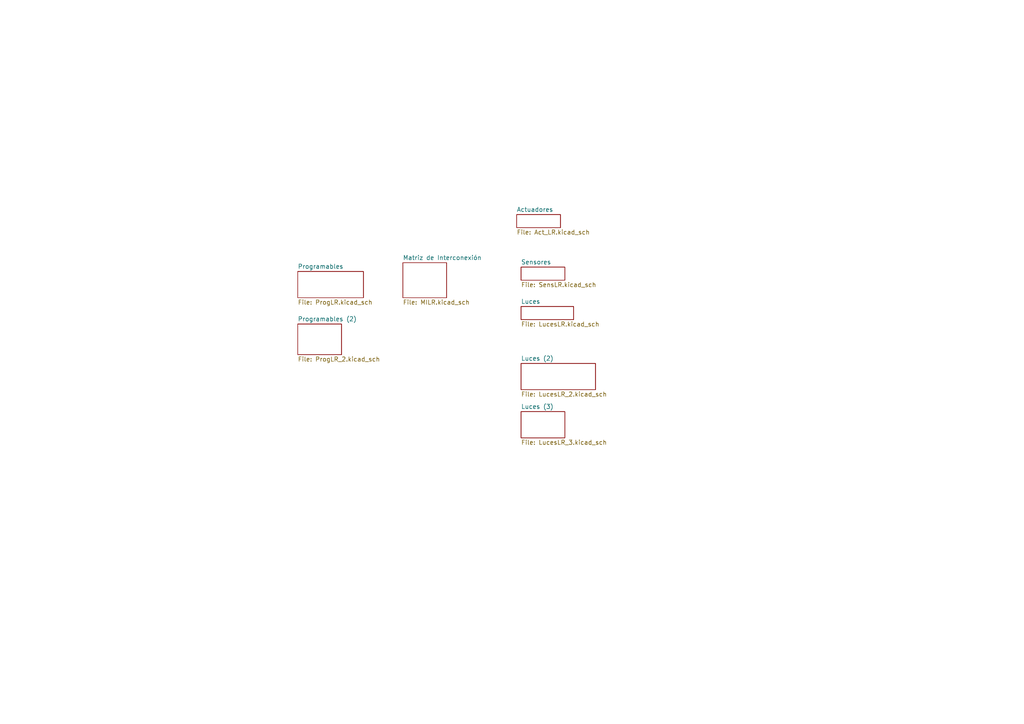
<source format=kicad_sch>
(kicad_sch (version 20230121) (generator eeschema)
  (paper "A4")
  (title_block (title "Maqueta de Laboratorio Remoto") (date "2024-03-14") (rev "2") (company "IIMAS UNAM") (comment 1 "Victor Manuel Lomas Barrie") (comment 2 "Abner Maya Vergara") (comment 3 "Autores:") (comment 4 "Circuito referido al diagrama de maqueta 2.0"))
  (lib_symbols)
  (sheet (at 86.36 93.98) (size 12.7 8.89) (stroke (width 0.1524))
    (property "Sheetname" "Programables (2)" (at 86.36 93.2684 0) (effects (justify left bottom)))
    (property "Sheetfile" "ProgLR_2.kicad_sch" (at 86.36 103.4546 0) (effects (justify left top)))
  )
  (sheet (at 116.84 76.2) (size 12.7 10.16) (stroke (width 0.1524))
    (property "Sheetname" "Matriz de Interconexión" (at 116.84 75.4884 0) (effects (justify left bottom)))
    (property "Sheetfile" "MILR.kicad_sch" (at 116.84 86.9446 0) (effects (justify left top)))
  )
  (sheet (at 149.86 62.23) (size 12.7 3.81) (stroke (width 0.1524))
    (property "Sheetname" "Actuadores" (at 149.86 61.5184 0) (effects (justify left bottom)))
    (property "Sheetfile" "Act_LR.kicad_sch" (at 149.86 66.6246 0) (effects (justify left top)))
  )
  (sheet (at 151.13 77.47) (size 12.7 3.81) (stroke (width 0.1524))
    (property "Sheetname" "Sensores" (at 151.13 76.7584 0) (effects (justify left bottom)))
    (property "Sheetfile" "SensLR.kicad_sch" (at 151.13 81.8646 0) (effects (justify left top)))
  )
  (sheet (at 151.13 105.41) (size 21.59 7.62) (stroke (width 0.1524))
    (property "Sheetname" "Luces (2)" (at 151.13 104.6984 0) (effects (justify left bottom)))
    (property "Sheetfile" "LucesLR_2.kicad_sch" (at 151.13 113.6146 0) (effects (justify left top)))
  )
  (sheet (at 86.36 78.74) (size 19.05 7.62) (stroke (width 0.1524))
    (property "Sheetname" "Programables" (at 86.36 78.0284 0) (effects (justify left bottom)))
    (property "Sheetfile" "ProgLR.kicad_sch" (at 86.36 86.9446 0) (effects (justify left top)))
  )
  (sheet (at 151.13 119.38) (size 12.7 7.62) (stroke (width 0.1524))
    (property "Sheetname" "Luces (3)" (at 151.13 118.6684 0) (effects (justify left bottom)))
    (property "Sheetfile" "LucesLR_3.kicad_sch" (at 151.13 127.5846 0) (effects (justify left top)))
  )
  (sheet (at 151.13 88.9) (size 15.24 3.81) (stroke (width 0.1524))
    (property "Sheetname" "Luces" (at 151.13 88.1884 0) (effects (justify left bottom)))
    (property "Sheetfile" "LucesLR.kicad_sch" (at 151.13 93.2946 0) (effects (justify left top)))
  )
)
</source>
